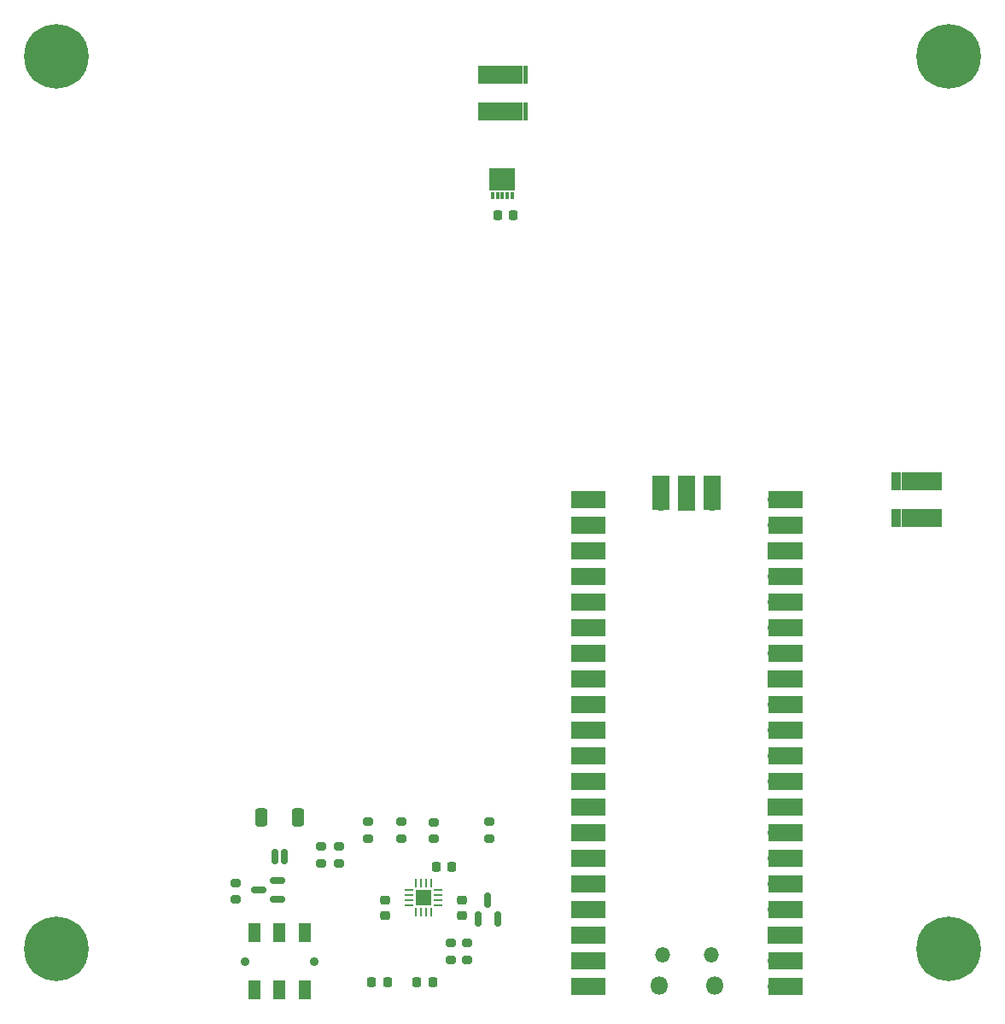
<source format=gbr>
%TF.GenerationSoftware,KiCad,Pcbnew,(7.0.0)*%
%TF.CreationDate,2023-12-08T15:04:05-05:00*%
%TF.ProjectId,Coaster,436f6173-7465-4722-9e6b-696361645f70,rev?*%
%TF.SameCoordinates,Original*%
%TF.FileFunction,Soldermask,Top*%
%TF.FilePolarity,Negative*%
%FSLAX46Y46*%
G04 Gerber Fmt 4.6, Leading zero omitted, Abs format (unit mm)*
G04 Created by KiCad (PCBNEW (7.0.0)) date 2023-12-08 15:04:05*
%MOMM*%
%LPD*%
G01*
G04 APERTURE LIST*
G04 Aperture macros list*
%AMRoundRect*
0 Rectangle with rounded corners*
0 $1 Rounding radius*
0 $2 $3 $4 $5 $6 $7 $8 $9 X,Y pos of 4 corners*
0 Add a 4 corners polygon primitive as box body*
4,1,4,$2,$3,$4,$5,$6,$7,$8,$9,$2,$3,0*
0 Add four circle primitives for the rounded corners*
1,1,$1+$1,$2,$3*
1,1,$1+$1,$4,$5*
1,1,$1+$1,$6,$7*
1,1,$1+$1,$8,$9*
0 Add four rect primitives between the rounded corners*
20,1,$1+$1,$2,$3,$4,$5,0*
20,1,$1+$1,$4,$5,$6,$7,0*
20,1,$1+$1,$6,$7,$8,$9,0*
20,1,$1+$1,$8,$9,$2,$3,0*%
G04 Aperture macros list end*
%ADD10C,0.010000*%
%ADD11RoundRect,0.200000X0.275000X-0.200000X0.275000X0.200000X-0.275000X0.200000X-0.275000X-0.200000X0*%
%ADD12RoundRect,0.200000X-0.275000X0.200000X-0.275000X-0.200000X0.275000X-0.200000X0.275000X0.200000X0*%
%ADD13RoundRect,0.150000X0.587500X0.150000X-0.587500X0.150000X-0.587500X-0.150000X0.587500X-0.150000X0*%
%ADD14RoundRect,0.150000X0.150000X-0.587500X0.150000X0.587500X-0.150000X0.587500X-0.150000X-0.587500X0*%
%ADD15O,0.400000X0.700000*%
%ADD16RoundRect,0.050000X0.150000X-0.300000X0.150000X0.300000X-0.150000X0.300000X-0.150000X-0.300000X0*%
%ADD17RoundRect,0.050000X-1.250000X-1.050000X1.250000X-1.050000X1.250000X1.050000X-1.250000X1.050000X0*%
%ADD18RoundRect,0.218750X-0.218750X-0.256250X0.218750X-0.256250X0.218750X0.256250X-0.218750X0.256250X0*%
%ADD19C,3.600000*%
%ADD20C,6.400000*%
%ADD21R,1.600000X1.600000*%
%ADD22RoundRect,0.062500X-0.062500X-0.375000X0.062500X-0.375000X0.062500X0.375000X-0.062500X0.375000X0*%
%ADD23RoundRect,0.062500X-0.375000X-0.062500X0.375000X-0.062500X0.375000X0.062500X-0.375000X0.062500X0*%
%ADD24RoundRect,0.250000X0.350000X0.650000X-0.350000X0.650000X-0.350000X-0.650000X0.350000X-0.650000X0*%
%ADD25RoundRect,0.150000X0.150000X0.625000X-0.150000X0.625000X-0.150000X-0.625000X0.150000X-0.625000X0*%
%ADD26RoundRect,0.225000X-0.225000X-0.250000X0.225000X-0.250000X0.225000X0.250000X-0.225000X0.250000X0*%
%ADD27RoundRect,0.225000X-0.250000X0.225000X-0.250000X-0.225000X0.250000X-0.225000X0.250000X0.225000X0*%
%ADD28R,1.700000X3.500000*%
%ADD29O,1.700000X1.700000*%
%ADD30R,1.700000X1.700000*%
%ADD31R,3.500000X1.700000*%
%ADD32O,1.800000X1.800000*%
%ADD33O,1.500000X1.500000*%
%ADD34C,0.900000*%
%ADD35R,1.200000X1.950000*%
G04 APERTURE END LIST*
%TO.C,J3*%
G36*
X141099933Y-55431000D02*
G01*
X140699933Y-55431000D01*
X140699933Y-53731000D01*
X141099933Y-53731000D01*
X141099933Y-55431000D01*
G37*
D10*
X141099933Y-55431000D02*
X140699933Y-55431000D01*
X140699933Y-53731000D01*
X141099933Y-53731000D01*
X141099933Y-55431000D01*
G36*
X141099933Y-51831000D02*
G01*
X140699933Y-51831000D01*
X140699933Y-50131000D01*
X141099933Y-50131000D01*
X141099933Y-51831000D01*
G37*
X141099933Y-51831000D02*
X140699933Y-51831000D01*
X140699933Y-50131000D01*
X141099933Y-50131000D01*
X141099933Y-51831000D01*
G36*
X140599933Y-55431000D02*
G01*
X140199933Y-55431000D01*
X140199933Y-53731000D01*
X140599933Y-53731000D01*
X140599933Y-55431000D01*
G37*
X140599933Y-55431000D02*
X140199933Y-55431000D01*
X140199933Y-53731000D01*
X140599933Y-53731000D01*
X140599933Y-55431000D01*
G36*
X140599933Y-51831000D02*
G01*
X140199933Y-51831000D01*
X140199933Y-50131000D01*
X140599933Y-50131000D01*
X140599933Y-51831000D01*
G37*
X140599933Y-51831000D02*
X140199933Y-51831000D01*
X140199933Y-50131000D01*
X140599933Y-50131000D01*
X140599933Y-51831000D01*
G36*
X140099933Y-55431000D02*
G01*
X139699933Y-55431000D01*
X139699933Y-53731000D01*
X140099933Y-53731000D01*
X140099933Y-55431000D01*
G37*
X140099933Y-55431000D02*
X139699933Y-55431000D01*
X139699933Y-53731000D01*
X140099933Y-53731000D01*
X140099933Y-55431000D01*
G36*
X140099933Y-51831000D02*
G01*
X139699933Y-51831000D01*
X139699933Y-50131000D01*
X140099933Y-50131000D01*
X140099933Y-51831000D01*
G37*
X140099933Y-51831000D02*
X139699933Y-51831000D01*
X139699933Y-50131000D01*
X140099933Y-50131000D01*
X140099933Y-51831000D01*
G36*
X139599933Y-55431000D02*
G01*
X139199933Y-55431000D01*
X139199933Y-53731000D01*
X139599933Y-53731000D01*
X139599933Y-55431000D01*
G37*
X139599933Y-55431000D02*
X139199933Y-55431000D01*
X139199933Y-53731000D01*
X139599933Y-53731000D01*
X139599933Y-55431000D01*
G36*
X139599933Y-51831000D02*
G01*
X139199933Y-51831000D01*
X139199933Y-50131000D01*
X139599933Y-50131000D01*
X139599933Y-51831000D01*
G37*
X139599933Y-51831000D02*
X139199933Y-51831000D01*
X139199933Y-50131000D01*
X139599933Y-50131000D01*
X139599933Y-51831000D01*
G36*
X139099933Y-55431000D02*
G01*
X138699933Y-55431000D01*
X138699933Y-53731000D01*
X139099933Y-53731000D01*
X139099933Y-55431000D01*
G37*
X139099933Y-55431000D02*
X138699933Y-55431000D01*
X138699933Y-53731000D01*
X139099933Y-53731000D01*
X139099933Y-55431000D01*
G36*
X139099933Y-51831000D02*
G01*
X138699933Y-51831000D01*
X138699933Y-50131000D01*
X139099933Y-50131000D01*
X139099933Y-51831000D01*
G37*
X139099933Y-51831000D02*
X138699933Y-51831000D01*
X138699933Y-50131000D01*
X139099933Y-50131000D01*
X139099933Y-51831000D01*
G36*
X138599933Y-55431000D02*
G01*
X138199933Y-55431000D01*
X138199933Y-53731000D01*
X138599933Y-53731000D01*
X138599933Y-55431000D01*
G37*
X138599933Y-55431000D02*
X138199933Y-55431000D01*
X138199933Y-53731000D01*
X138599933Y-53731000D01*
X138599933Y-55431000D01*
G36*
X138599933Y-51831000D02*
G01*
X138199933Y-51831000D01*
X138199933Y-50131000D01*
X138599933Y-50131000D01*
X138599933Y-51831000D01*
G37*
X138599933Y-51831000D02*
X138199933Y-51831000D01*
X138199933Y-50131000D01*
X138599933Y-50131000D01*
X138599933Y-51831000D01*
G36*
X138099933Y-55431000D02*
G01*
X137699933Y-55431000D01*
X137699933Y-53731000D01*
X138099933Y-53731000D01*
X138099933Y-55431000D01*
G37*
X138099933Y-55431000D02*
X137699933Y-55431000D01*
X137699933Y-53731000D01*
X138099933Y-53731000D01*
X138099933Y-55431000D01*
G36*
X138099933Y-51831000D02*
G01*
X137699933Y-51831000D01*
X137699933Y-50131000D01*
X138099933Y-50131000D01*
X138099933Y-51831000D01*
G37*
X138099933Y-51831000D02*
X137699933Y-51831000D01*
X137699933Y-50131000D01*
X138099933Y-50131000D01*
X138099933Y-51831000D01*
G36*
X137599933Y-55431000D02*
G01*
X137199933Y-55431000D01*
X137199933Y-53731000D01*
X137599933Y-53731000D01*
X137599933Y-55431000D01*
G37*
X137599933Y-55431000D02*
X137199933Y-55431000D01*
X137199933Y-53731000D01*
X137599933Y-53731000D01*
X137599933Y-55431000D01*
G36*
X137599933Y-51831000D02*
G01*
X137199933Y-51831000D01*
X137199933Y-50131000D01*
X137599933Y-50131000D01*
X137599933Y-51831000D01*
G37*
X137599933Y-51831000D02*
X137199933Y-51831000D01*
X137199933Y-50131000D01*
X137599933Y-50131000D01*
X137599933Y-51831000D01*
G36*
X137099933Y-55431000D02*
G01*
X136699933Y-55431000D01*
X136699933Y-53731000D01*
X137099933Y-53731000D01*
X137099933Y-55431000D01*
G37*
X137099933Y-55431000D02*
X136699933Y-55431000D01*
X136699933Y-53731000D01*
X137099933Y-53731000D01*
X137099933Y-55431000D01*
G36*
X137099933Y-51831000D02*
G01*
X136699933Y-51831000D01*
X136699933Y-50131000D01*
X137099933Y-50131000D01*
X137099933Y-51831000D01*
G37*
X137099933Y-51831000D02*
X136699933Y-51831000D01*
X136699933Y-50131000D01*
X137099933Y-50131000D01*
X137099933Y-51831000D01*
G36*
X136599933Y-55431000D02*
G01*
X136199933Y-55431000D01*
X136199933Y-53731000D01*
X136599933Y-53731000D01*
X136599933Y-55431000D01*
G37*
X136599933Y-55431000D02*
X136199933Y-55431000D01*
X136199933Y-53731000D01*
X136599933Y-53731000D01*
X136599933Y-55431000D01*
G36*
X136599933Y-51831000D02*
G01*
X136199933Y-51831000D01*
X136199933Y-50131000D01*
X136599933Y-50131000D01*
X136599933Y-51831000D01*
G37*
X136599933Y-51831000D02*
X136199933Y-51831000D01*
X136199933Y-50131000D01*
X136599933Y-50131000D01*
X136599933Y-51831000D01*
%TO.C,J1*%
G36*
X182100000Y-95713055D02*
G01*
X181700000Y-95713055D01*
X181700000Y-94013055D01*
X182100000Y-94013055D01*
X182100000Y-95713055D01*
G37*
X182100000Y-95713055D02*
X181700000Y-95713055D01*
X181700000Y-94013055D01*
X182100000Y-94013055D01*
X182100000Y-95713055D01*
G36*
X182100000Y-92113055D02*
G01*
X181700000Y-92113055D01*
X181700000Y-90413055D01*
X182100000Y-90413055D01*
X182100000Y-92113055D01*
G37*
X182100000Y-92113055D02*
X181700000Y-92113055D01*
X181700000Y-90413055D01*
X182100000Y-90413055D01*
X182100000Y-92113055D01*
G36*
X181600000Y-95713055D02*
G01*
X181200000Y-95713055D01*
X181200000Y-94013055D01*
X181600000Y-94013055D01*
X181600000Y-95713055D01*
G37*
X181600000Y-95713055D02*
X181200000Y-95713055D01*
X181200000Y-94013055D01*
X181600000Y-94013055D01*
X181600000Y-95713055D01*
G36*
X181600000Y-92113055D02*
G01*
X181200000Y-92113055D01*
X181200000Y-90413055D01*
X181600000Y-90413055D01*
X181600000Y-92113055D01*
G37*
X181600000Y-92113055D02*
X181200000Y-92113055D01*
X181200000Y-90413055D01*
X181600000Y-90413055D01*
X181600000Y-92113055D01*
G36*
X181100000Y-95713055D02*
G01*
X180700000Y-95713055D01*
X180700000Y-94013055D01*
X181100000Y-94013055D01*
X181100000Y-95713055D01*
G37*
X181100000Y-95713055D02*
X180700000Y-95713055D01*
X180700000Y-94013055D01*
X181100000Y-94013055D01*
X181100000Y-95713055D01*
G36*
X181100000Y-92113055D02*
G01*
X180700000Y-92113055D01*
X180700000Y-90413055D01*
X181100000Y-90413055D01*
X181100000Y-92113055D01*
G37*
X181100000Y-92113055D02*
X180700000Y-92113055D01*
X180700000Y-90413055D01*
X181100000Y-90413055D01*
X181100000Y-92113055D01*
G36*
X180600000Y-95713055D02*
G01*
X180200000Y-95713055D01*
X180200000Y-94013055D01*
X180600000Y-94013055D01*
X180600000Y-95713055D01*
G37*
X180600000Y-95713055D02*
X180200000Y-95713055D01*
X180200000Y-94013055D01*
X180600000Y-94013055D01*
X180600000Y-95713055D01*
G36*
X180600000Y-92113055D02*
G01*
X180200000Y-92113055D01*
X180200000Y-90413055D01*
X180600000Y-90413055D01*
X180600000Y-92113055D01*
G37*
X180600000Y-92113055D02*
X180200000Y-92113055D01*
X180200000Y-90413055D01*
X180600000Y-90413055D01*
X180600000Y-92113055D01*
G36*
X180100000Y-95713055D02*
G01*
X179700000Y-95713055D01*
X179700000Y-94013055D01*
X180100000Y-94013055D01*
X180100000Y-95713055D01*
G37*
X180100000Y-95713055D02*
X179700000Y-95713055D01*
X179700000Y-94013055D01*
X180100000Y-94013055D01*
X180100000Y-95713055D01*
G36*
X180100000Y-92113055D02*
G01*
X179700000Y-92113055D01*
X179700000Y-90413055D01*
X180100000Y-90413055D01*
X180100000Y-92113055D01*
G37*
X180100000Y-92113055D02*
X179700000Y-92113055D01*
X179700000Y-90413055D01*
X180100000Y-90413055D01*
X180100000Y-92113055D01*
G36*
X179600000Y-95713055D02*
G01*
X179200000Y-95713055D01*
X179200000Y-94013055D01*
X179600000Y-94013055D01*
X179600000Y-95713055D01*
G37*
X179600000Y-95713055D02*
X179200000Y-95713055D01*
X179200000Y-94013055D01*
X179600000Y-94013055D01*
X179600000Y-95713055D01*
G36*
X179600000Y-92113055D02*
G01*
X179200000Y-92113055D01*
X179200000Y-90413055D01*
X179600000Y-90413055D01*
X179600000Y-92113055D01*
G37*
X179600000Y-92113055D02*
X179200000Y-92113055D01*
X179200000Y-90413055D01*
X179600000Y-90413055D01*
X179600000Y-92113055D01*
G36*
X179100000Y-95713055D02*
G01*
X178700000Y-95713055D01*
X178700000Y-94013055D01*
X179100000Y-94013055D01*
X179100000Y-95713055D01*
G37*
X179100000Y-95713055D02*
X178700000Y-95713055D01*
X178700000Y-94013055D01*
X179100000Y-94013055D01*
X179100000Y-95713055D01*
G36*
X179100000Y-92113055D02*
G01*
X178700000Y-92113055D01*
X178700000Y-90413055D01*
X179100000Y-90413055D01*
X179100000Y-92113055D01*
G37*
X179100000Y-92113055D02*
X178700000Y-92113055D01*
X178700000Y-90413055D01*
X179100000Y-90413055D01*
X179100000Y-92113055D01*
G36*
X178600000Y-95713055D02*
G01*
X178200000Y-95713055D01*
X178200000Y-94013055D01*
X178600000Y-94013055D01*
X178600000Y-95713055D01*
G37*
X178600000Y-95713055D02*
X178200000Y-95713055D01*
X178200000Y-94013055D01*
X178600000Y-94013055D01*
X178600000Y-95713055D01*
G36*
X178600000Y-92113055D02*
G01*
X178200000Y-92113055D01*
X178200000Y-90413055D01*
X178600000Y-90413055D01*
X178600000Y-92113055D01*
G37*
X178600000Y-92113055D02*
X178200000Y-92113055D01*
X178200000Y-90413055D01*
X178600000Y-90413055D01*
X178600000Y-92113055D01*
G36*
X178100000Y-95713055D02*
G01*
X177700000Y-95713055D01*
X177700000Y-94013055D01*
X178100000Y-94013055D01*
X178100000Y-95713055D01*
G37*
X178100000Y-95713055D02*
X177700000Y-95713055D01*
X177700000Y-94013055D01*
X178100000Y-94013055D01*
X178100000Y-95713055D01*
G36*
X178100000Y-92113055D02*
G01*
X177700000Y-92113055D01*
X177700000Y-90413055D01*
X178100000Y-90413055D01*
X178100000Y-92113055D01*
G37*
X178100000Y-92113055D02*
X177700000Y-92113055D01*
X177700000Y-90413055D01*
X178100000Y-90413055D01*
X178100000Y-92113055D01*
G36*
X177600000Y-95713055D02*
G01*
X177200000Y-95713055D01*
X177200000Y-94013055D01*
X177600000Y-94013055D01*
X177600000Y-95713055D01*
G37*
X177600000Y-95713055D02*
X177200000Y-95713055D01*
X177200000Y-94013055D01*
X177600000Y-94013055D01*
X177600000Y-95713055D01*
G36*
X177600000Y-92113055D02*
G01*
X177200000Y-92113055D01*
X177200000Y-90413055D01*
X177600000Y-90413055D01*
X177600000Y-92113055D01*
G37*
X177600000Y-92113055D02*
X177200000Y-92113055D01*
X177200000Y-90413055D01*
X177600000Y-90413055D01*
X177600000Y-92113055D01*
%TD*%
D11*
%TO.C,R9*%
X120650000Y-127500000D03*
X120650000Y-129150000D03*
%TD*%
D12*
%TO.C,R8*%
X122450000Y-129150000D03*
X122450000Y-127500000D03*
%TD*%
D11*
%TO.C,R7*%
X112200000Y-132750000D03*
X112200000Y-131100000D03*
%TD*%
D13*
%TO.C,Q2*%
X114462500Y-131800000D03*
X116337500Y-130850000D03*
X116337500Y-132750000D03*
%TD*%
D14*
%TO.C,Q1*%
X137200000Y-132825000D03*
X138150000Y-134700000D03*
X136250000Y-134700000D03*
%TD*%
D15*
%TO.C,U1*%
X137649932Y-62941254D03*
D16*
X138149933Y-62941255D03*
X138649933Y-62941255D03*
X139149933Y-62941255D03*
X139649933Y-62941255D03*
D17*
X138649933Y-61391255D03*
%TD*%
D18*
%TO.C,D3*%
X131737500Y-140975000D03*
X130162500Y-140975000D03*
%TD*%
D19*
%TO.C,H4*%
X182899933Y-49150555D03*
D20*
X182899933Y-49150555D03*
%TD*%
%TO.C,H3*%
X182899933Y-137650555D03*
D19*
X182899933Y-137650555D03*
%TD*%
%TO.C,H2*%
X94399933Y-137650555D03*
D20*
X94399933Y-137650555D03*
%TD*%
%TO.C,H1*%
X94399933Y-49150555D03*
D19*
X94399933Y-49150555D03*
%TD*%
D12*
%TO.C,R6*%
X133500000Y-138725000D03*
X133500000Y-137075000D03*
%TD*%
%TO.C,R5*%
X135150000Y-138725000D03*
X135150000Y-137075000D03*
%TD*%
D11*
%TO.C,R4*%
X131850000Y-126725000D03*
X131850000Y-125075000D03*
%TD*%
%TO.C,R3*%
X125300000Y-126712500D03*
X125300000Y-125062500D03*
%TD*%
%TO.C,R2*%
X137300000Y-125062500D03*
X137300000Y-126712500D03*
%TD*%
%TO.C,R1*%
X128650000Y-126712500D03*
X128650000Y-125062500D03*
%TD*%
D18*
%TO.C,D2*%
X127237500Y-140975000D03*
X125662500Y-140975000D03*
%TD*%
D21*
%TO.C,U3*%
X130849999Y-132549999D03*
D22*
X130100000Y-131112500D03*
X130600000Y-131112500D03*
X131100000Y-131112500D03*
X131600000Y-131112500D03*
D23*
X132287500Y-131800000D03*
X132287500Y-132300000D03*
X132287500Y-132800000D03*
X132287500Y-133300000D03*
D22*
X131600000Y-133987500D03*
X131100000Y-133987500D03*
X130600000Y-133987500D03*
X130100000Y-133987500D03*
D23*
X129412500Y-133300000D03*
X129412500Y-132800000D03*
X129412500Y-132300000D03*
X129412500Y-131800000D03*
%TD*%
D24*
%TO.C,J2*%
X114750000Y-124625000D03*
X118350000Y-124625000D03*
D25*
X116050000Y-128500000D03*
X117050000Y-128500000D03*
%TD*%
D26*
%TO.C,C4*%
X132075000Y-129550000D03*
X133625000Y-129550000D03*
%TD*%
D27*
%TO.C,C3*%
X134600000Y-134350000D03*
X134600000Y-132800000D03*
%TD*%
%TO.C,C2*%
X127051992Y-132800000D03*
X127051992Y-134350000D03*
%TD*%
D28*
%TO.C,U2*%
X154399999Y-92469999D03*
D29*
X154399999Y-93369999D03*
D28*
X156939999Y-92469999D03*
D30*
X156939999Y-93369999D03*
D28*
X159479999Y-92469999D03*
D29*
X159479999Y-93369999D03*
D31*
X147149999Y-141399999D03*
D29*
X148049999Y-141399999D03*
D31*
X147149999Y-138859999D03*
D29*
X148049999Y-138859999D03*
D31*
X147149999Y-136319999D03*
D30*
X148049999Y-136319999D03*
D31*
X147149999Y-133779999D03*
D29*
X148049999Y-133779999D03*
D31*
X147149999Y-131239999D03*
D29*
X148049999Y-131239999D03*
D31*
X147149999Y-128699999D03*
D29*
X148049999Y-128699999D03*
D31*
X147149999Y-126159999D03*
D29*
X148049999Y-126159999D03*
D31*
X147149999Y-123619999D03*
D30*
X148049999Y-123619999D03*
D31*
X147149999Y-121079999D03*
D29*
X148049999Y-121079999D03*
D31*
X147149999Y-118539999D03*
D29*
X148049999Y-118539999D03*
D31*
X147149999Y-115999999D03*
D29*
X148049999Y-115999999D03*
D31*
X147149999Y-113459999D03*
D29*
X148049999Y-113459999D03*
D31*
X147149999Y-110919999D03*
D30*
X148049999Y-110919999D03*
D31*
X147149999Y-108379999D03*
D29*
X148049999Y-108379999D03*
D31*
X147149999Y-105839999D03*
D29*
X148049999Y-105839999D03*
D31*
X147149999Y-103299999D03*
D29*
X148049999Y-103299999D03*
D31*
X147149999Y-100759999D03*
D29*
X148049999Y-100759999D03*
D31*
X147149999Y-98219999D03*
D30*
X148049999Y-98219999D03*
D31*
X147149999Y-95679999D03*
D29*
X148049999Y-95679999D03*
D31*
X147149999Y-93139999D03*
D29*
X148049999Y-93139999D03*
D31*
X166729999Y-93139999D03*
D29*
X165829999Y-93139999D03*
D31*
X166729999Y-95679999D03*
D29*
X165829999Y-95679999D03*
D31*
X166729999Y-98219999D03*
D30*
X165829999Y-98219999D03*
D31*
X166729999Y-100759999D03*
D29*
X165829999Y-100759999D03*
D31*
X166729999Y-103299999D03*
D29*
X165829999Y-103299999D03*
D31*
X166729999Y-105839999D03*
D29*
X165829999Y-105839999D03*
D31*
X166729999Y-108379999D03*
D29*
X165829999Y-108379999D03*
D31*
X166729999Y-110919999D03*
D30*
X165829999Y-110919999D03*
D31*
X166729999Y-113459999D03*
D29*
X165829999Y-113459999D03*
D31*
X166729999Y-115999999D03*
D29*
X165829999Y-115999999D03*
D31*
X166729999Y-118539999D03*
D29*
X165829999Y-118539999D03*
D31*
X166729999Y-121079999D03*
D29*
X165829999Y-121079999D03*
D31*
X166729999Y-123619999D03*
D30*
X165829999Y-123619999D03*
D31*
X166729999Y-126159999D03*
D29*
X165829999Y-126159999D03*
D31*
X166729999Y-128699999D03*
D29*
X165829999Y-128699999D03*
D31*
X166729999Y-131239999D03*
D29*
X165829999Y-131239999D03*
D31*
X166729999Y-133779999D03*
D29*
X165829999Y-133779999D03*
D31*
X166729999Y-136319999D03*
D30*
X165829999Y-136319999D03*
D31*
X166729999Y-138859999D03*
D29*
X165829999Y-138859999D03*
D31*
X166729999Y-141399999D03*
D29*
X165829999Y-141399999D03*
D32*
X154214999Y-141269999D03*
D33*
X154514999Y-138239999D03*
X159364999Y-138239999D03*
D32*
X159664999Y-141269999D03*
%TD*%
D34*
%TO.C,SW1*%
X113150000Y-138875000D03*
X119950000Y-138875000D03*
D35*
X114049999Y-136049999D03*
X116549999Y-136049999D03*
X119049999Y-136049999D03*
X114049999Y-141699999D03*
X116549999Y-141699999D03*
X119049999Y-141699999D03*
%TD*%
D26*
%TO.C,C1*%
X138175000Y-64953200D03*
X139725000Y-64953200D03*
%TD*%
M02*

</source>
